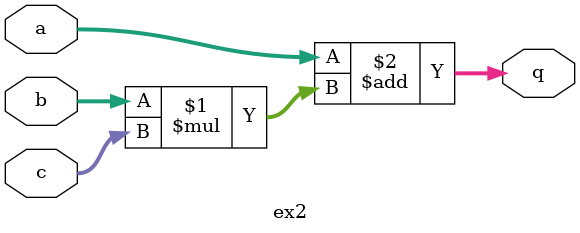
<source format=v>
module ex2(q, a, b, c);
   output [3:0] q;
   input [1:0] 	 a, b, c;  
   assign q = a + b * c;
endmodule

</source>
